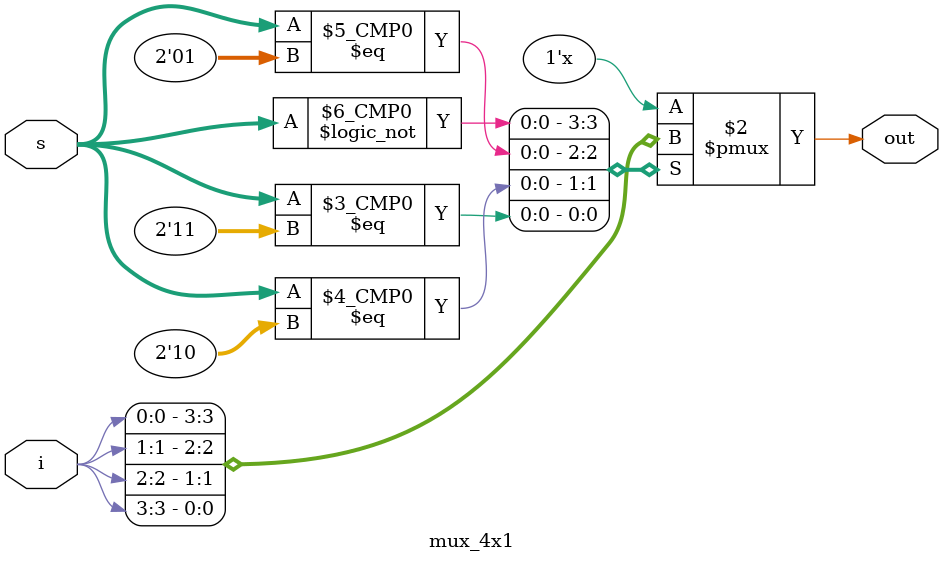
<source format=v>
module mux_4x1(output reg out, input [3:0] i,input [1:0] s);

    always @(i or s) begin
    case(s)
        2'b00 : out = i[0];
        2'b01 : out = i[1];
        2'b10 : out = i[2];
        2'b11 : out = i[3];
        default: out = 1'b0;
    endcase
    end

endmodule

</source>
